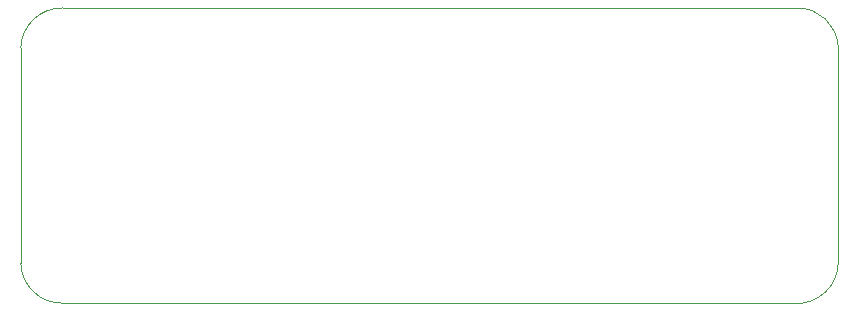
<source format=gbr>
%TF.GenerationSoftware,KiCad,Pcbnew,(5.1.10)-1*%
%TF.CreationDate,2021-09-15T21:12:31+02:00*%
%TF.ProjectId,Aquarium_LED_Dimmer,41717561-7269-4756-9d5f-4c45445f4469,rev?*%
%TF.SameCoordinates,Original*%
%TF.FileFunction,Profile,NP*%
%FSLAX46Y46*%
G04 Gerber Fmt 4.6, Leading zero omitted, Abs format (unit mm)*
G04 Created by KiCad (PCBNEW (5.1.10)-1) date 2021-09-15 21:12:31*
%MOMM*%
%LPD*%
G01*
G04 APERTURE LIST*
%TA.AperFunction,Profile*%
%ADD10C,0.050000*%
%TD*%
G04 APERTURE END LIST*
D10*
X137000001Y-93400001D02*
G75*
G02*
X140599999Y-90000001I3499999J-99999D01*
G01*
X140599999Y-114999999D02*
G75*
G02*
X137000001Y-111599999I-99999J3499999D01*
G01*
X206220000Y-111400000D02*
G75*
G02*
X202408861Y-115009042I-3511140J-109043D01*
G01*
X202799957Y-90004947D02*
G75*
G02*
X206210000Y-93230000I-29955J-3447022D01*
G01*
X140600000Y-115000000D02*
X202408861Y-115009042D01*
X140600000Y-90000000D02*
X202799957Y-90004947D01*
X206210000Y-93230000D02*
X206220000Y-111400000D01*
X137000000Y-93400000D02*
X137000000Y-111600000D01*
M02*

</source>
